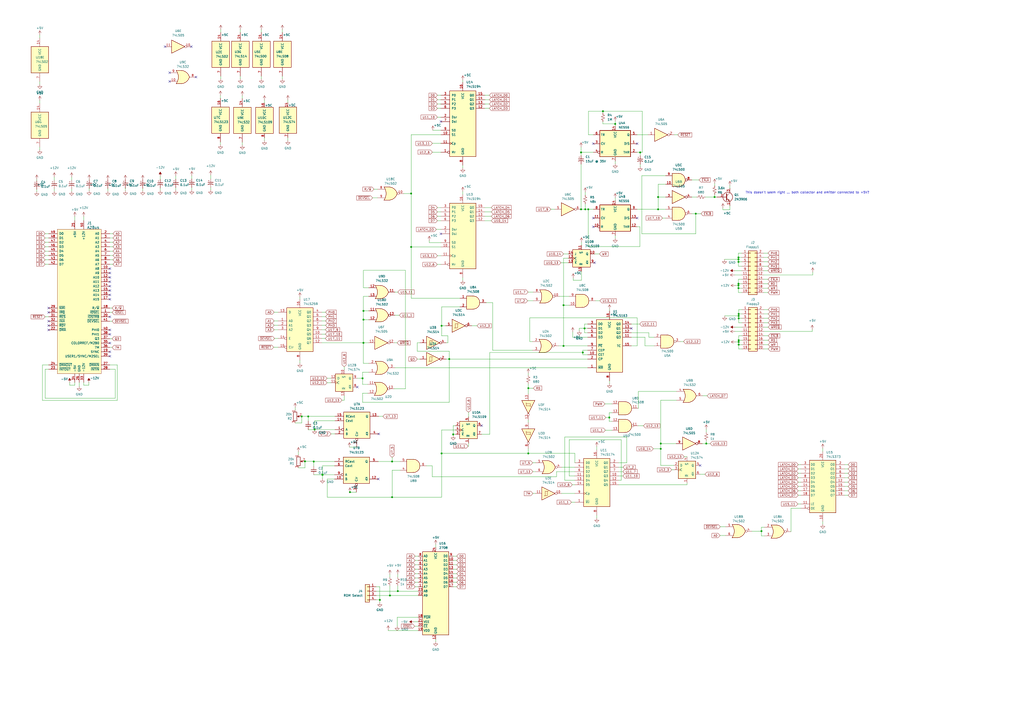
<source format=kicad_sch>
(kicad_sch (version 20230121) (generator eeschema)

  (uuid 56eaaa0c-e1fe-4237-9a20-09a5d3261c04)

  (paper "A2")

  

  (junction (at 202.9968 285.496) (diameter 0) (color 0 0 0 0)
    (uuid 14d45346-d329-43a1-b9b8-64a35b0c2786)
  )
  (junction (at 238.506 143.256) (diameter 0) (color 0 0 0 0)
    (uuid 15a0999a-cf8f-43ce-b2b4-de3dc34f1bf3)
  )
  (junction (at 428.371 167.132) (diameter 0) (color 0 0 0 0)
    (uuid 15f43f1c-accb-4895-805a-096f40d54a7a)
  )
  (junction (at 381.762 114.3) (diameter 0) (color 0 0 0 0)
    (uuid 18830b47-e37a-4b7c-bc40-524241ad9993)
  )
  (junction (at 337.058 88.392) (diameter 0) (color 0 0 0 0)
    (uuid 19ce41b7-d63b-4e3b-8e96-0749db83864a)
  )
  (junction (at 230.759 342.9) (diameter 0) (color 0 0 0 0)
    (uuid 227877cb-8d6b-42dd-9f7a-f23170c0b15d)
  )
  (junction (at 428.498 198.374) (diameter 0) (color 0 0 0 0)
    (uuid 227ba67b-bd2a-403b-9cca-ece13dfc9a29)
  )
  (junction (at 414.528 114.3) (diameter 0) (color 0 0 0 0)
    (uuid 23e17ec8-9479-4c85-9262-9a7a693e4f16)
  )
  (junction (at 428.498 184.658) (diameter 0) (color 0 0 0 0)
    (uuid 2668cc68-5cd8-4256-8d5f-46a4b9c3d00f)
  )
  (junction (at 176.911 267.589) (diameter 0) (color 0 0 0 0)
    (uuid 29ede8ec-7163-4f64-b12a-891361f6d83e)
  )
  (junction (at 341.249 121.412) (diameter 0) (color 0 0 0 0)
    (uuid 2ad1150c-6a6d-4f48-80de-136a5933bf00)
  )
  (junction (at 428.498 197.358) (diameter 0) (color 0 0 0 0)
    (uuid 3676ef53-63ee-4f61-b495-9fda43b885aa)
  )
  (junction (at 226.187 345.44) (diameter 0) (color 0 0 0 0)
    (uuid 4047e49c-241f-4070-8ebb-d2175194a5a3)
  )
  (junction (at 428.371 164.592) (diameter 0) (color 0 0 0 0)
    (uuid 40a6aa2a-e077-4ccc-98cc-345cab0b77dd)
  )
  (junction (at 428.371 151.892) (diameter 0) (color 0 0 0 0)
    (uuid 427efada-0d99-44ee-b65a-61a94a1ba131)
  )
  (junction (at 428.371 165.608) (diameter 0) (color 0 0 0 0)
    (uuid 44148518-9c6e-4761-89b6-5d970091b980)
  )
  (junction (at 428.498 199.898) (diameter 0) (color 0 0 0 0)
    (uuid 48719128-be50-41b3-839a-ab256d4cf8cc)
  )
  (junction (at 353.441 242.189) (diameter 0) (color 0 0 0 0)
    (uuid 4b485b5a-e9ce-452f-8ced-17114d6ffd91)
  )
  (junction (at 428.371 149.352) (diameter 0) (color 0 0 0 0)
    (uuid 5064e6d7-e5c5-4f08-9333-555f72eee4ee)
  )
  (junction (at 383.286 260.35) (diameter 0) (color 0 0 0 0)
    (uuid 5166d6b6-8200-474c-a32b-c555196f31e6)
  )
  (junction (at 356.87 71.882) (diameter 0) (color 0 0 0 0)
    (uuid 52c27fbd-9fc4-4e48-90e6-38e3a0d82b5d)
  )
  (junction (at 403.606 123.952) (diameter 0) (color 0 0 0 0)
    (uuid 5481632d-fd31-48d1-9241-3db81d2839df)
  )
  (junction (at 220.345 347.98) (diameter 0) (color 0 0 0 0)
    (uuid 581e9f3c-406a-4072-8e53-4bc36d564c9b)
  )
  (junction (at 337.058 121.412) (diameter 0) (color 0 0 0 0)
    (uuid 5e3f2ac2-5661-4d18-a032-1fe8786956de)
  )
  (junction (at 339.09 190.5) (diameter 0) (color 0 0 0 0)
    (uuid 62ec17b1-65c1-4c8e-8373-71d96a4abc8f)
  )
  (junction (at 349.758 64.516) (diameter 0) (color 0 0 0 0)
    (uuid 68ac5519-04af-4e05-a4cf-db1e10ee5e75)
  )
  (junction (at 428.371 150.495) (diameter 0) (color 0 0 0 0)
    (uuid 6a049e7b-9826-405a-8ee8-2a6dd344f06c)
  )
  (junction (at 238.506 112.268) (diameter 0) (color 0 0 0 0)
    (uuid 6b0baf6c-d9ee-4b1c-862d-1f9190ab7d08)
  )
  (junction (at 326.898 177.038) (diameter 0) (color 0 0 0 0)
    (uuid 753a0d43-27e8-4262-86a7-30f38473324b)
  )
  (junction (at 210.82 180.34) (diameter 0) (color 0 0 0 0)
    (uuid 7de99cfe-52d4-41f7-9584-062ffbf1c9cc)
  )
  (junction (at 175.006 241.554) (diameter 0) (color 0 0 0 0)
    (uuid 8333f7e2-3100-475c-84ac-bd4fd90e46a2)
  )
  (junction (at 326.898 200.66) (diameter 0) (color 0 0 0 0)
    (uuid 84913599-5a61-4410-9a54-840d91668fd6)
  )
  (junction (at 210.82 198.882) (diameter 0) (color 0 0 0 0)
    (uuid 88834330-b375-43fc-a02b-82bfa271e896)
  )
  (junction (at 210.312 219.456) (diameter 0) (color 0 0 0 0)
    (uuid 8a6f51da-dbd5-4499-9d4d-062cfa0c7452)
  )
  (junction (at 260.604 208.28) (diameter 0) (color 0 0 0 0)
    (uuid 8d7ab7ec-954c-48b3-993b-3741c25aacf9)
  )
  (junction (at 227.457 267.716) (diameter 0) (color 0 0 0 0)
    (uuid 9071d1b8-e059-44e8-bb4b-a1ab2606d5eb)
  )
  (junction (at 371.348 88.392) (diameter 0) (color 0 0 0 0)
    (uuid 9752ede1-4542-4b95-88cb-322c1087cd25)
  )
  (junction (at 428.498 182.118) (diameter 0) (color 0 0 0 0)
    (uuid 9b875f30-8f9b-4b5b-b27e-88f17676d28e)
  )
  (junction (at 187.071 275.336) (diameter 0) (color 0 0 0 0)
    (uuid 9f9bb35f-05c9-4917-bf0a-74edb9b5decb)
  )
  (junction (at 181.991 267.716) (diameter 0) (color 0 0 0 0)
    (uuid ad8a0025-e6c4-4a4a-96d1-a3bb46b52a4d)
  )
  (junction (at 262.89 251.968) (diameter 0) (color 0 0 0 0)
    (uuid ae179397-46b0-4a33-ac43-4aafafbfe5b9)
  )
  (junction (at 409.702 257.302) (diameter 0) (color 0 0 0 0)
    (uuid aeabf866-9802-401b-9c86-810e77881321)
  )
  (junction (at 182.499 249.174) (diameter 0) (color 0 0 0 0)
    (uuid b56295da-b4a2-4945-9c4d-f118b61e7a62)
  )
  (junction (at 339.4964 121.412) (diameter 0) (color 0 0 0 0)
    (uuid b57d76cc-8247-4c50-a669-2c80b52ee984)
  )
  (junction (at 256.159 188.976) (diameter 0) (color 0 0 0 0)
    (uuid b82eac65-9acb-40cd-8167-e98fce56657b)
  )
  (junction (at 306.451 263.017) (diameter 0) (color 0 0 0 0)
    (uuid b8d3e334-2673-4852-a120-aa9ca5fcc314)
  )
  (junction (at 256.159 263.017) (diameter 0) (color 0 0 0 0)
    (uuid b94c25dc-e9c4-4cd5-9ffa-edf018c67a7e)
  )
  (junction (at 210.82 185.42) (diameter 0) (color 0 0 0 0)
    (uuid c253b3af-7871-4a3d-b930-626480161a7e)
  )
  (junction (at 441.706 308.102) (diameter 0) (color 0 0 0 0)
    (uuid c4f9e4e2-930d-4690-8724-998bb53a0423)
  )
  (junction (at 306.4764 225.171) (diameter 0) (color 0 0 0 0)
    (uuid da0a476b-919d-4153-bebf-ec867f736d30)
  )
  (junction (at 383.286 257.302) (diameter 0) (color 0 0 0 0)
    (uuid e2ad4fa1-5a60-416d-ab62-4f1520d5c5c5)
  )
  (junction (at 338.074 204.47) (diameter 0) (color 0 0 0 0)
    (uuid ecb786b5-8992-4780-8778-1dbaa87fe391)
  )
  (junction (at 381.762 121.412) (diameter 0) (color 0 0 0 0)
    (uuid ed17696d-e853-4ee2-a849-c9f243f63711)
  )
  (junction (at 178.816 241.554) (diameter 0) (color 0 0 0 0)
    (uuid f08fc34c-75fd-4391-ab9e-36ec8f420cd0)
  )
  (junction (at 187.071 275.463) (diameter 0) (color 0 0 0 0)
    (uuid f2487e48-6677-414e-8fde-0accde918ba7)
  )
  (junction (at 227.457 288.417) (diameter 0) (color 0 0 0 0)
    (uuid fcaa6b18-2f5f-40a7-929f-3eaefad6a1d9)
  )
  (junction (at 428.498 183.261) (diameter 0) (color 0 0 0 0)
    (uuid fd8434a6-ac94-4e1e-834a-b713ca90d0b1)
  )

  (no_connect (at 28.194 181.229) (uuid 00079c83-a711-4f95-8171-4707c1ffe4f2))
  (no_connect (at 255.778 70.5104) (uuid 0023254e-99a6-4e38-9aea-036adb434f94))
  (no_connect (at 110.998 27.051) (uuid 09946f3d-95c5-4e83-bdee-666ac37263df))
  (no_connect (at 369.57 83.312) (uuid 0b4616bb-b68c-4768-b13c-bb3ab37b1241))
  (no_connect (at 63.754 204.089) (uuid 11d10470-6e67-4a4b-a7d4-b72ef4a9d1ca))
  (no_connect (at 207.264 224.536) (uuid 2152bf48-a03d-4428-a1b1-5d9930c6322c))
  (no_connect (at 344.932 152.4) (uuid 2357aadf-b5b6-4a47-84a0-ec9270bf8db0))
  (no_connect (at 63.754 163.449) (uuid 2dd1b146-5821-42d2-b7b7-652f3d37495f))
  (no_connect (at 63.754 193.929) (uuid 3885ffd3-fd3b-4dba-b4f6-fb833d8d535c))
  (no_connect (at 28.194 188.849) (uuid 3bb3b145-9e54-4d85-a684-3f371eba77c4))
  (no_connect (at 28.194 191.389) (uuid 40c3baa7-d5b0-4c7e-89ad-714f7d1d467f))
  (no_connect (at 219.71 251.714) (uuid 46481c9d-3219-495e-99d8-4db677316f31))
  (no_connect (at 344.17 131.572) (uuid 4e90335f-0b5c-44b6-954e-50c9221d83fb))
  (no_connect (at 98.425 47.244) (uuid 55a97291-90c8-48d1-b85b-42536268fe43))
  (no_connect (at 63.754 158.369) (uuid 5a352595-70d1-4dc3-83fe-9cc43b2ea3b8))
  (no_connect (at 28.194 178.689) (uuid 5c47f2df-94cd-4506-8fb8-5fba0f3f15d4))
  (no_connect (at 406.146 270.002) (uuid 67e50e74-ce51-41c4-8715-55e602ab574f))
  (no_connect (at 63.754 183.769) (uuid 730a19e5-44b6-4b85-b39d-3319b8b30c0e))
  (no_connect (at 63.754 171.069) (uuid 745f3071-b71a-4126-8cfe-b28100f2c83d))
  (no_connect (at 279.4 246.888) (uuid 7f69b8a6-fd8d-4ebf-9fac-fb9372e95fdf))
  (no_connect (at 63.754 199.009) (uuid 83fd2193-17e5-4a27-adca-61ac1df8125e))
  (no_connect (at 113.665 44.704) (uuid 878414e4-e89b-4b62-b96a-3a45817a5ccd))
  (no_connect (at 369.57 126.492) (uuid 8f8dedf8-ce30-4ef7-94e6-bf4dd6dfbe7d))
  (no_connect (at 63.754 206.629) (uuid 956a391a-da2c-4d12-905e-127887b4e204))
  (no_connect (at 28.194 186.309) (uuid af4080e4-3e4a-42fa-a388-9422b5495276))
  (no_connect (at 98.425 42.164) (uuid b084c7d8-103e-4844-afc5-634992033d4b))
  (no_connect (at 344.17 83.312) (uuid bb9f08b1-817c-4157-86a8-001ebeb5682d))
  (no_connect (at 63.754 155.829) (uuid bd9d7e14-21b3-4dcd-9f41-a79fe09ce87e))
  (no_connect (at 366.268 190.5) (uuid c0166046-6244-47a5-9534-d1f90d7e129b))
  (no_connect (at 63.754 160.909) (uuid c06ada5e-2a3b-4df5-9a4d-1d7db4b05dca))
  (no_connect (at 63.754 168.529) (uuid cfd67672-d5af-4a82-ac5e-032c54d5ca3f))
  (no_connect (at 95.758 27.051) (uuid d9ee195d-667c-46b5-8c90-2d715e6afbee))
  (no_connect (at 63.754 173.609) (uuid dad0e8de-846b-4927-a07b-a135ef708439))
  (no_connect (at 63.754 191.389) (uuid e84d737c-cffc-4102-ae0c-16e7870ea92c))
  (no_connect (at 344.17 126.492) (uuid e85963b0-aca1-4e88-8dcc-ea6a2b30aa16))
  (no_connect (at 255.778 135.636) (uuid f56a3247-35bc-4734-a52e-0c4d8a7dd57a))
  (no_connect (at 63.754 165.989) (uuid f83a257c-1ff9-4bb7-ae91-0221c4808d11))
  (no_connect (at 219.456 277.876) (uuid fbba59ff-199c-431d-9558-e8c866b5ce8c))

  (wire (pts (xy 218.186 342.9) (xy 230.759 342.9))
    (stroke (width 0) (type default))
    (uuid 0069cff1-7758-4892-937b-381c82fabe50)
  )
  (wire (pts (xy 281.178 120.396) (xy 284.988 120.396))
    (stroke (width 0) (type default))
    (uuid 007e0ebe-d85a-4638-af77-d1a23acf3dd8)
  )
  (wire (pts (xy 366.268 200.66) (xy 369.57 200.66))
    (stroke (width 0) (type default))
    (uuid 00886f5c-4976-4610-9ff6-c8245aa5e3db)
  )
  (wire (pts (xy 331.978 281.178) (xy 333.502 281.178))
    (stroke (width 0) (type default))
    (uuid 00f4b3b9-78f1-4610-b5e0-84f3d25adcc5)
  )
  (wire (pts (xy 428.371 151.892) (xy 428.371 154.432))
    (stroke (width 0) (type default))
    (uuid 00f7c9a1-a7ec-475d-ae41-a3a9244fac3f)
  )
  (wire (pts (xy 255.7272 83.2104) (xy 255.7272 83.185))
    (stroke (width 0) (type default))
    (uuid 0109a42f-4b31-4ebe-876a-96b722593589)
  )
  (wire (pts (xy 371.221 143.002) (xy 371.221 131.572))
    (stroke (width 0) (type default))
    (uuid 01e83326-4e98-4d5f-82ec-8f0b7bea881a)
  )
  (wire (pts (xy 383.286 232.156) (xy 383.286 257.302))
    (stroke (width 0) (type default))
    (uuid 02c6a018-f574-45b9-a68c-fa31b09aaed6)
  )
  (wire (pts (xy 227.457 265.303) (xy 227.457 267.716))
    (stroke (width 0) (type default))
    (uuid 02d0e262-8c0a-4218-9c00-7ec2ebecc668)
  )
  (wire (pts (xy 151.638 17.145) (xy 151.638 18.796))
    (stroke (width 0) (type default))
    (uuid 040dbea4-9977-4a31-9393-13ea60b16445)
  )
  (wire (pts (xy 262.89 330.2) (xy 264.922 330.2))
    (stroke (width 0) (type default))
    (uuid 04752ae3-bfc2-458d-bdc8-afea6c7649ee)
  )
  (wire (pts (xy 337.312 162.56) (xy 332.486 162.56))
    (stroke (width 0) (type default))
    (uuid 04a6efa1-aa9e-4645-bd05-c8e4cdf162a6)
  )
  (wire (pts (xy 346.202 298.958) (xy 346.202 300.482))
    (stroke (width 0) (type default))
    (uuid 05420eaf-24bd-4d1e-99bf-3be6ddd68c66)
  )
  (wire (pts (xy 396.875 264.922) (xy 398.526 264.922))
    (stroke (width 0) (type default))
    (uuid 05c4193c-faca-4502-a4be-7633bebf234d)
  )
  (wire (pts (xy 186.69 193.802) (xy 188.722 193.802))
    (stroke (width 0) (type default))
    (uuid 05fc5cc0-bb44-4350-a781-560e0e3b4c4c)
  )
  (wire (pts (xy 24.638 211.709) (xy 24.638 232.283))
    (stroke (width 0) (type default))
    (uuid 06181ce3-b06b-4529-8cce-dd2810672270)
  )
  (wire (pts (xy 242.57 335.28) (xy 240.792 335.28))
    (stroke (width 0) (type default))
    (uuid 064b29a8-f9a3-4267-b587-373d5046518a)
  )
  (wire (pts (xy 281.7368 62.865) (xy 283.845 62.865))
    (stroke (width 0) (type default))
    (uuid 0656086a-1f5b-495e-8615-b7c40f0badad)
  )
  (wire (pts (xy 210.82 171.958) (xy 213.868 171.958))
    (stroke (width 0) (type default))
    (uuid 06e3e2cc-6d42-4cb5-8cd6-be16b582b412)
  )
  (wire (pts (xy 258.445 188.976) (xy 256.159 188.976))
    (stroke (width 0) (type default))
    (uuid 070d6392-fdeb-4eee-9a52-e9ea2fd7fd17)
  )
  (wire (pts (xy 255.6256 55.245) (xy 253.746 55.245))
    (stroke (width 0) (type default))
    (uuid 0754172d-7b54-485f-b2c6-89de78d13fc8)
  )
  (wire (pts (xy 426.212 159.512) (xy 430.276 159.512))
    (stroke (width 0) (type default))
    (uuid 07851094-48db-4000-b57f-0f0e1e1f126f)
  )
  (wire (pts (xy 238.506 78.1304) (xy 255.778 78.1304))
    (stroke (width 0) (type default))
    (uuid 09060ad0-0646-41a1-ba05-5322ed0a435f)
  )
  (wire (pts (xy 353.568 179.324) (xy 353.568 180.34))
    (stroke (width 0) (type default))
    (uuid 09aa1bf2-8a17-4f34-8d88-8b81ad5c5abb)
  )
  (wire (pts (xy 442.976 164.592) (xy 445.516 164.592))
    (stroke (width 0) (type default))
    (uuid 09c87717-7ef4-45f4-b64d-0750365e4a24)
  )
  (wire (pts (xy 463.042 272.034) (xy 464.566 272.034))
    (stroke (width 0) (type default))
    (uuid 0a0b1b1c-92a4-478c-aa5b-ee031bba2f03)
  )
  (wire (pts (xy 226.187 345.44) (xy 242.57 345.44))
    (stroke (width 0) (type default))
    (uuid 0b2ece80-3483-4240-b6c8-87d84edcd6a8)
  )
  (wire (pts (xy 463.042 274.574) (xy 464.566 274.574))
    (stroke (width 0) (type default))
    (uuid 0b68a056-85b6-48d1-a2cc-038c8a65659f)
  )
  (wire (pts (xy 210.82 185.42) (xy 213.868 185.42))
    (stroke (width 0) (type default))
    (uuid 0c490525-8dc8-42cf-8f5d-14c1f973c5bc)
  )
  (wire (pts (xy 430.276 146.812) (xy 428.371 146.812))
    (stroke (width 0) (type default))
    (uuid 0d15b18c-8f36-417c-8627-6d7fc247b2d0)
  )
  (wire (pts (xy 309.118 273.558) (xy 310.642 273.558))
    (stroke (width 0) (type default))
    (uuid 0d5c8966-853d-4aee-89ff-753b20ea3fd6)
  )
  (wire (pts (xy 428.371 164.592) (xy 430.276 164.592))
    (stroke (width 0) (type default))
    (uuid 0d838062-46de-45e9-bfdd-65e77dd8aee8)
  )
  (wire (pts (xy 462.788 292.354) (xy 464.566 292.354))
    (stroke (width 0) (type default))
    (uuid 0e12576a-5d20-430c-b87b-bc4facb73712)
  )
  (wire (pts (xy 281.178 122.936) (xy 284.988 122.936))
    (stroke (width 0) (type default))
    (uuid 0f094e4b-acc5-4d61-81bb-2d09930a28bd)
  )
  (wire (pts (xy 414.528 106.426) (xy 414.528 107.823))
    (stroke (width 0) (type default))
    (uuid 10252dee-e0c1-46aa-b100-90f76de019ec)
  )
  (wire (pts (xy 66.802 231.013) (xy 66.802 214.249))
    (stroke (width 0) (type default))
    (uuid 103875b5-8d01-45bb-9766-b4bffd2a91ed)
  )
  (wire (pts (xy 407.67 229.616) (xy 410.21 229.616))
    (stroke (width 0) (type default))
    (uuid 1046df67-d8c4-4253-99a4-8c71d51cc5da)
  )
  (wire (pts (xy 381.762 106.934) (xy 381.762 114.3))
    (stroke (width 0) (type default))
    (uuid 10cbd44e-498b-4149-a7a3-ce2436234da6)
  )
  (wire (pts (xy 308.991 268.478) (xy 310.642 268.478))
    (stroke (width 0) (type default))
    (uuid 124b9756-7dbf-43a0-80e7-a46f9a2b36c9)
  )
  (wire (pts (xy 281.7368 62.8904) (xy 281.7368 62.865))
    (stroke (width 0) (type default))
    (uuid 125e7f04-30f0-4f88-af7b-caf18148782b)
  )
  (wire (pts (xy 381.762 114.3) (xy 386.08 114.3))
    (stroke (width 0) (type default))
    (uuid 1346430b-8675-4b45-ad92-91bb90b137f1)
  )
  (wire (pts (xy 358.902 268.478) (xy 363.601 268.478))
    (stroke (width 0) (type default))
    (uuid 1356113a-513f-4af7-ba9a-3e0eb779f180)
  )
  (wire (pts (xy 381.762 114.3) (xy 381.762 121.412))
    (stroke (width 0) (type default))
    (uuid 13a81eef-8d07-433f-b193-05e64faf501c)
  )
  (wire (pts (xy 159.258 196.342) (xy 161.29 196.342))
    (stroke (width 0) (type default))
    (uuid 13a98e74-3895-4860-ace8-42264bd188ca)
  )
  (wire (pts (xy 420.37 183.261) (xy 428.498 183.261))
    (stroke (width 0) (type default))
    (uuid 141295d1-b5fc-4f78-b6c6-4a5775b63835)
  )
  (wire (pts (xy 255.4732 62.8904) (xy 255.4732 62.865))
    (stroke (width 0) (type default))
    (uuid 14237b2d-35e0-4923-9a7b-d65817700424)
  )
  (wire (pts (xy 255.7272 83.185) (xy 250.825 83.185))
    (stroke (width 0) (type default))
    (uuid 1568cca2-d9ad-41d0-b548-de2df5e16612)
  )
  (wire (pts (xy 401.32 123.952) (xy 403.606 123.952))
    (stroke (width 0) (type default))
    (uuid 15776cd5-5e30-4bf6-9cc4-824c5705194c)
  )
  (wire (pts (xy 356.87 136.652) (xy 356.87 138.176))
    (stroke (width 0) (type default))
    (uuid 16728753-ca6c-4fe7-8178-d0982b6b4f17)
  )
  (wire (pts (xy 127.889 82.423) (xy 127.889 83.947))
    (stroke (width 0) (type default))
    (uuid 16755ab3-9878-498d-b781-70eb0a8321ce)
  )
  (wire (pts (xy 256.159 178.054) (xy 256.159 188.976))
    (stroke (width 0) (type default))
    (uuid 1675ca04-4c5f-4b67-bb62-04a02e0c8b69)
  )
  (wire (pts (xy 63.754 140.589) (xy 65.532 140.589))
    (stroke (width 0) (type default))
    (uuid 169e61eb-96e8-4c61-89f0-5030d1e7f392)
  )
  (wire (pts (xy 374.142 200.66) (xy 374.142 195.58))
    (stroke (width 0) (type default))
    (uuid 17d991fb-7651-4a3d-90b7-989e67fb6932)
  )
  (wire (pts (xy 41.529 102.743) (xy 41.529 104.521))
    (stroke (width 0) (type default))
    (uuid 1901c3db-6846-4baf-a944-eb37755bbafa)
  )
  (wire (pts (xy 428.371 146.812) (xy 428.371 149.352))
    (stroke (width 0) (type default))
    (uuid 19abd9cd-9670-4f1f-864f-883c3b0782ab)
  )
  (wire (pts (xy 325.882 271.018) (xy 333.502 271.018))
    (stroke (width 0) (type default))
    (uuid 1a8f27f6-8e7c-4479-9c29-473839a5673e)
  )
  (wire (pts (xy 366.268 195.58) (xy 374.142 195.58))
    (stroke (width 0) (type default))
    (uuid 1aa04cfe-8dfe-4531-80f7-9c39f6757763)
  )
  (wire (pts (xy 28.194 148.209) (xy 26.162 148.209))
    (stroke (width 0) (type default))
    (uuid 1af49ea9-2385-422c-915b-da380d233ae8)
  )
  (wire (pts (xy 350.901 234.315) (xy 354.965 234.315))
    (stroke (width 0) (type default))
    (uuid 1bdb14cd-6438-42dc-b5eb-9f1b82ac6ee8)
  )
  (wire (pts (xy 186.69 186.182) (xy 188.849 186.182))
    (stroke (width 0) (type default))
    (uuid 1df8e6c8-70be-4d44-9611-4958c61c9713)
  )
  (wire (pts (xy 242.57 340.36) (xy 240.792 340.36))
    (stroke (width 0) (type default))
    (uuid 1e42d8a7-e536-4d54-af0a-127f1462310f)
  )
  (wire (pts (xy 322.834 276.479) (xy 250.698 276.479))
    (stroke (width 0) (type default))
    (uuid 1eab2bbf-f74c-4e84-9a87-ab804723437e)
  )
  (wire (pts (xy 370.332 236.855) (xy 370.332 227.076))
    (stroke (width 0) (type default))
    (uuid 1ebfdc13-b7aa-4fe4-9c59-27706ce9af12)
  )
  (wire (pts (xy 210.312 233.426) (xy 260.604 233.426))
    (stroke (width 0) (type default))
    (uuid 1ef652e2-4f81-4121-ab63-8ffcc481806e)
  )
  (wire (pts (xy 419.354 120.65) (xy 419.354 121.666))
    (stroke (width 0) (type default))
    (uuid 1f1f6048-783d-4fa2-8b9d-4f428817071e)
  )
  (wire (pts (xy 250.698 276.479) (xy 250.698 270.256))
    (stroke (width 0) (type default))
    (uuid 1f8ab515-4239-4652-a342-db3d9daf75d8)
  )
  (wire (pts (xy 477.266 302.514) (xy 477.266 304.038))
    (stroke (width 0) (type default))
    (uuid 20d9c6c4-736f-4ad1-a5ed-f7de55b7f1d5)
  )
  (wire (pts (xy 356.87 70.358) (xy 356.87 71.882))
    (stroke (width 0) (type default))
    (uuid 213f6e22-e8c8-4492-a379-2322f30f3125)
  )
  (wire (pts (xy 253.746 148.336) (xy 255.778 148.336))
    (stroke (width 0) (type default))
    (uuid 22f92fd4-22c2-49c2-b68f-c98d01d59bb6)
  )
  (wire (pts (xy 40.386 221.869) (xy 40.386 223.393))
    (stroke (width 0) (type default))
    (uuid 234e4088-7b74-4b83-ac7a-d26a332b7728)
  )
  (wire (pts (xy 430.403 194.818) (xy 428.498 194.818))
    (stroke (width 0) (type default))
    (uuid 23a385f6-c567-4c32-b440-5de537d5d224)
  )
  (wire (pts (xy 428.371 164.592) (xy 428.371 165.608))
    (stroke (width 0) (type default))
    (uuid 24b5e0b4-6844-4584-9cc5-77dfd19e9a39)
  )
  (wire (pts (xy 338.074 203.2) (xy 340.868 203.2))
    (stroke (width 0) (type default))
    (uuid 252e28f1-2826-4f6b-b5a9-8bf0780e68d6)
  )
  (wire (pts (xy 331.47 291.338) (xy 333.502 291.338))
    (stroke (width 0) (type default))
    (uuid 260647dc-5c22-4300-8f41-c2a808039a1b)
  )
  (wire (pts (xy 159.004 191.262) (xy 161.29 191.262))
    (stroke (width 0) (type default))
    (uuid 26970cac-8593-4f8a-9df6-0c3172c51261)
  )
  (wire (pts (xy 255.524 60.325) (xy 253.746 60.325))
    (stroke (width 0) (type default))
    (uuid 26ddf6b2-550e-415c-8c7d-c6d7c0d5e523)
  )
  (wire (pts (xy 167.005 57.912) (xy 167.005 59.563))
    (stroke (width 0) (type default))
    (uuid 26e2c626-2054-4bf2-bc0f-17f2cb652a87)
  )
  (wire (pts (xy 351.155 249.555) (xy 354.965 249.555))
    (stroke (width 0) (type default))
    (uuid 27099863-8b7e-4f4e-9483-231766d037e6)
  )
  (wire (pts (xy 306.4764 222.6564) (xy 306.4764 225.171))
    (stroke (width 0) (type default))
    (uuid 274115e5-c023-40f9-80c0-c1b36d6a5bf4)
  )
  (wire (pts (xy 363.601 253.492) (xy 327.66 253.492))
    (stroke (width 0) (type default))
    (uuid 27b956ed-c09f-4b92-adbb-7df9d3bcc521)
  )
  (wire (pts (xy 403.606 135.636) (xy 403.606 123.952))
    (stroke (width 0) (type default))
    (uuid 288ea8f6-0c8b-412d-8973-b96c570a5809)
  )
  (wire (pts (xy 255.5748 57.785) (xy 253.746 57.785))
    (stroke (width 0) (type default))
    (uuid 28d12758-ff2d-4dc4-9737-1eb7e05cd3dd)
  )
  (wire (pts (xy 207.264 219.456) (xy 210.312 219.456))
    (stroke (width 0) (type default))
    (uuid 291d89ff-3591-491a-bea1-d06156d7740c)
  )
  (wire (pts (xy 189.865 288.417) (xy 227.457 288.417))
    (stroke (width 0) (type default))
    (uuid 2963870a-f512-4889-bfad-b84443ff7c35)
  )
  (wire (pts (xy 264.16 246.888) (xy 262.89 246.888))
    (stroke (width 0) (type default))
    (uuid 2acb5921-7af8-4f3f-ad29-3f90022b3486)
  )
  (wire (pts (xy 28.194 183.769) (xy 26.162 183.769))
    (stroke (width 0) (type default))
    (uuid 2b000f12-7837-4dbb-9b1f-5fedbdeacacc)
  )
  (wire (pts (xy 48.514 223.393) (xy 51.562 223.393))
    (stroke (width 0) (type default))
    (uuid 2b3e8503-775e-4be7-b759-0f65b7dd6fb9)
  )
  (wire (pts (xy 392.43 232.156) (xy 383.286 232.156))
    (stroke (width 0) (type default))
    (uuid 2b4d7482-fe32-4eb1-add5-c6f422a800e9)
  )
  (wire (pts (xy 249.0216 140.716) (xy 255.778 140.716))
    (stroke (width 0) (type default))
    (uuid 2b771cda-6ef1-4228-a7b9-606d6089e450)
  )
  (wire (pts (xy 242.57 325.12) (xy 240.792 325.12))
    (stroke (width 0) (type default))
    (uuid 2b922a83-3308-4215-9822-51cefc25e060)
  )
  (wire (pts (xy 341.376 78.232) (xy 341.376 64.516))
    (stroke (width 0) (type default))
    (uuid 2bbb70e5-c86d-4125-b3fd-383eda8a636a)
  )
  (wire (pts (xy 210.312 219.456) (xy 210.312 223.012))
    (stroke (width 0) (type default))
    (uuid 2bd0af92-7508-40d7-8137-150efcf06ce9)
  )
  (wire (pts (xy 341.249 121.412) (xy 341.249 143.002))
    (stroke (width 0) (type default))
    (uuid 2c505973-1eb3-4942-becd-c975203b9252)
  )
  (wire (pts (xy 173.99 209.042) (xy 173.99 210.566))
    (stroke (width 0) (type default))
    (uuid 2ced7b97-65c3-40c2-855f-899ba28847a9)
  )
  (wire (pts (xy 428.371 162.052) (xy 428.371 164.592))
    (stroke (width 0) (type default))
    (uuid 2d971387-7e10-4b07-81d6-84dc00b9d4eb)
  )
  (wire (pts (xy 242.062 208.28) (xy 243.586 208.28))
    (stroke (width 0) (type default))
    (uuid 2f68bce5-d72c-4897-b6ff-95016d192940)
  )
  (wire (pts (xy 28.194 145.669) (xy 26.162 145.669))
    (stroke (width 0) (type default))
    (uuid 319b669a-6a92-4893-9b98-c408df234816)
  )
  (wire (pts (xy 252.73 370.84) (xy 252.73 372.237))
    (stroke (width 0) (type default))
    (uuid 33099e0a-fa78-4987-9d6f-e97f8bb30e04)
  )
  (wire (pts (xy 281.178 62.8904) (xy 281.7368 62.8904))
    (stroke (width 0) (type default))
    (uuid 330eb766-294c-41b5-8dbc-b9623757c888)
  )
  (wire (pts (xy 443.103 187.198) (xy 445.643 187.198))
    (stroke (width 0) (type default))
    (uuid 3321ca68-360f-43c2-96b3-e6b31e08b312)
  )
  (wire (pts (xy 240.03 360.68) (xy 242.57 360.68))
    (stroke (width 0) (type default))
    (uuid 33241487-2061-415b-ba78-d10d4df7fe0b)
  )
  (wire (pts (xy 442.976 156.972) (xy 445.516 156.972))
    (stroke (width 0) (type default))
    (uuid 33859ce5-cded-4922-abe0-c4afb5f18990)
  )
  (wire (pts (xy 210.312 215.9) (xy 210.312 219.456))
    (stroke (width 0) (type default))
    (uuid 33ca31fa-84e2-422e-88f1-847a5a145573)
  )
  (wire (pts (xy 333.502 273.558) (xy 322.834 273.558))
    (stroke (width 0) (type default))
    (uuid 33dc364b-aeb1-4ccc-8734-ff295df92d27)
  )
  (wire (pts (xy 159.004 188.722) (xy 161.29 188.722))
    (stroke (width 0) (type default))
    (uuid 33fcac58-8184-4d20-a1c4-284cdd66749e)
  )
  (wire (pts (xy 428.371 149.352) (xy 430.276 149.352))
    (stroke (width 0) (type default))
    (uuid 3417a8d8-27e7-4017-8c55-1a7645d76a1d)
  )
  (wire (pts (xy 426.339 192.278) (xy 430.403 192.278))
    (stroke (width 0) (type default))
    (uuid 348e1eab-d2c1-4b17-9096-fe568a6ea495)
  )
  (wire (pts (xy 186.69 183.642) (xy 188.849 183.642))
    (stroke (width 0) (type default))
    (uuid 34d43017-421d-4833-8ffd-032b2cb1a4d5)
  )
  (wire (pts (xy 187.071 270.256) (xy 187.071 275.336))
    (stroke (width 0) (type default))
    (uuid 3579f635-6354-42f8-a75c-3f1c4ddbabe0)
  )
  (wire (pts (xy 441.706 310.896) (xy 443.484 310.896))
    (stroke (width 0) (type default))
    (uuid 36dabc5e-7da5-44d2-9a3b-0b41b99f0479)
  )
  (wire (pts (xy 489.966 284.734) (xy 491.998 284.734))
    (stroke (width 0) (type default))
    (uuid 37a63329-bc53-4bc9-a3a4-1ec82f83cda1)
  )
  (wire (pts (xy 489.966 272.034) (xy 491.998 272.034))
    (stroke (width 0) (type default))
    (uuid 37f4e18f-a43e-4eb6-81b1-ce9b6990c4bc)
  )
  (wire (pts (xy 338.074 203.2) (xy 338.074 204.47))
    (stroke (width 0) (type default))
    (uuid 385e03d2-22fa-42cc-89af-2e4146b4d8b5)
  )
  (wire (pts (xy 40.386 223.393) (xy 43.434 223.393))
    (stroke (width 0) (type default))
    (uuid 38891a5f-796b-4863-8641-e71ba85257a8)
  )
  (wire (pts (xy 82.804 109.3216) (xy 82.804 110.617))
    (stroke (width 0) (type default))
    (uuid 38b47637-5050-47ac-af4f-98392006f2e2)
  )
  (wire (pts (xy 63.754 150.749) (xy 65.532 150.749))
    (stroke (width 0) (type default))
    (uuid 39057a9e-8840-42e9-83e6-4aff46397e01)
  )
  (wire (pts (xy 255.778 55.2704) (xy 255.6256 55.2704))
    (stroke (width 0) (type default))
    (uuid 3967a7f7-9cae-4a03-ab22-fbf79e569eef)
  )
  (wire (pts (xy 45.974 221.869) (xy 45.974 224.155))
    (stroke (width 0) (type default))
    (uuid 39c95b3c-9153-493a-bf90-c97480710e15)
  )
  (wire (pts (xy 326.898 147.32) (xy 329.692 147.32))
    (stroke (width 0) (type default))
    (uuid 39cb24c1-da17-45ac-a22a-b2797c1ec8d6)
  )
  (wire (pts (xy 255.7272 83.2104) (xy 255.778 83.2104))
    (stroke (width 0) (type default))
    (uuid 39e6851e-e98b-4b38-ac47-417d5a1b0d16)
  )
  (wire (pts (xy 337.058 88.392) (xy 344.17 88.392))
    (stroke (width 0) (type default))
    (uuid 3a99f074-2ff1-4825-9e77-0d3431a418a1)
  )
  (wire (pts (xy 436.118 308.102) (xy 441.706 308.102))
    (stroke (width 0) (type default))
    (uuid 3a9f8d25-150e-4f10-bfd9-b6eb1252dc52)
  )
  (wire (pts (xy 386.08 106.934) (xy 381.762 106.934))
    (stroke (width 0) (type default))
    (uuid 3b0854d9-c882-4656-b38a-d91434bdd4de)
  )
  (wire (pts (xy 63.754 145.669) (xy 65.532 145.669))
    (stroke (width 0) (type default))
    (uuid 3b1f80e4-9899-4eba-b63e-89ca6dbb1c37)
  )
  (wire (pts (xy 51.689 109.3978) (xy 51.689 110.617))
    (stroke (width 0) (type default))
    (uuid 3b5fe685-44aa-435c-856c-b0131936263f)
  )
  (wire (pts (xy 63.754 201.549) (xy 65.024 201.549))
    (stroke (width 0) (type default))
    (uuid 3b8dae4d-f4bc-4417-a381-a0888263da7b)
  )
  (wire (pts (xy 443.103 197.358) (xy 445.643 197.358))
    (stroke (width 0) (type default))
    (uuid 3c53083b-e778-489a-8a5a-3aef58728150)
  )
  (wire (pts (xy 227.457 267.716) (xy 232.156 267.716))
    (stroke (width 0) (type default))
    (uuid 3c86db09-9042-40cd-9248-fb55d22264d7)
  )
  (wire (pts (xy 186.69 196.342) (xy 188.722 196.342))
    (stroke (width 0) (type default))
    (uuid 3d31a697-51de-4e0a-a36c-b8e16bc1a8d7)
  )
  (wire (pts (xy 173.99 172.339) (xy 173.99 173.482))
    (stroke (width 0) (type default))
    (uuid 3d43c4df-5732-4c74-b1d1-0e5d80941e7a)
  )
  (wire (pts (xy 341.249 143.002) (xy 371.221 143.002))
    (stroke (width 0) (type default))
    (uuid 3dda110d-7a2a-4c29-aebd-62a4e68366d0)
  )
  (wire (pts (xy 281.178 125.476) (xy 284.988 125.476))
    (stroke (width 0) (type default))
    (uuid 3f5f71cf-4671-493f-adfd-29d112b44546)
  )
  (wire (pts (xy 210.82 198.882) (xy 210.82 210.82))
    (stroke (width 0) (type default))
    (uuid 3f7ef349-68e5-4118-85ef-fc9e633233b3)
  )
  (wire (pts (xy 230.378 358.14) (xy 230.378 363.22))
    (stroke (width 0) (type default))
    (uuid 412dedc4-d415-4434-a16e-e7b90e8c2923)
  )
  (wire (pts (xy 372.618 88.392) (xy 371.348 88.392))
    (stroke (width 0) (type default))
    (uuid 41a9a39b-2cbb-44f0-80fa-514630e8dc44)
  )
  (wire (pts (xy 255.778 128.016) (xy 253.746 128.016))
    (stroke (width 0) (type default))
    (uuid 42272146-16b6-4961-b697-8d8f07fcfca2)
  )
  (wire (pts (xy 242.57 330.2) (xy 240.792 330.2))
    (stroke (width 0) (type default))
    (uuid 423ac83c-2820-4103-b475-46dbb6c3c019)
  )
  (wire (pts (xy 255.6764 88.265) (xy 250.825 88.265))
    (stroke (width 0) (type default))
    (uuid 4260c575-11f9-4ef1-ad5f-cbee43830f9b)
  )
  (wire (pts (xy 333.502 268.478) (xy 333.502 263.017))
    (stroke (width 0) (type default))
    (uuid 435ff79e-8317-49ce-b9dc-0d3fef650d6b)
  )
  (wire (pts (xy 489.966 274.574) (xy 491.998 274.574))
    (stroke (width 0) (type default))
    (uuid 4386ef56-a88d-4d19-8f54-59ec26d88a07)
  )
  (wire (pts (xy 189.865 277.876) (xy 194.056 277.876))
    (stroke (width 0) (type default))
    (uuid 43dd29de-012c-40eb-8ab4-4ab281a70592)
  )
  (wire (pts (xy 371.348 88.392) (xy 369.57 88.392))
    (stroke (width 0) (type default))
    (uuid 43e0c69e-e814-42af-9208-74b8ab122e8f)
  )
  (wire (pts (xy 242.57 332.74) (xy 240.792 332.74))
    (stroke (width 0) (type default))
    (uuid 4566a2a0-6592-4246-b2d5-7715d2ce6563)
  )
  (wire (pts (xy 273.685 188.976) (xy 276.733 188.976))
    (stroke (width 0) (type default))
    (uuid 45fefb57-e01b-4797-b7a4-e56e0b2a70bb)
  )
  (wire (pts (xy 325.374 152.4) (xy 329.692 152.4))
    (stroke (width 0) (type default))
    (uuid 46585694-5277-4008-a238-cc258e7d698c)
  )
  (wire (pts (xy 226.187 333.248) (xy 226.187 334.772))
    (stroke (width 0) (type default))
    (uuid 46ab67f8-f711-4e63-a219-1709c00c7dcd)
  )
  (wire (pts (xy 199.644 212.725) (xy 199.644 214.376))
    (stroke (width 0) (type default))
    (uuid 47af053b-8469-44f4-abb6-102a45e81767)
  )
  (wire (pts (xy 259.842 194.818) (xy 259.842 198.882))
    (stroke (width 0) (type default))
    (uuid 47dc275a-8a87-44ca-a785-435496e2d418)
  )
  (wire (pts (xy 171.196 236.4232) (xy 171.196 237.744))
    (stroke (width 0) (type default))
    (uuid 47e81150-f847-4373-94c8-74272ed0d6b8)
  )
  (wire (pts (xy 281.178 60.3504) (xy 281.686 60.3504))
    (stroke (width 0) (type default))
    (uuid 48d9f184-31bd-403f-812a-b8925b43f59d)
  )
  (wire (pts (xy 356.87 71.882) (xy 356.87 73.152))
    (stroke (width 0) (type default))
    (uuid 48f198fa-4e7c-4caa-a879-e9922c229418)
  )
  (wire (pts (xy 63.754 181.229) (xy 65.024 181.229))
    (stroke (width 0) (type default))
    (uuid 4907fd95-2adc-4178-91f0-5e7ab6a8d462)
  )
  (wire (pts (xy 262.89 332.74) (xy 264.922 332.74))
    (stroke (width 0) (type default))
    (uuid 4981531b-a445-425a-985c-35b8db68489f)
  )
  (wire (pts (xy 341.249 121.412) (xy 344.17 121.412))
    (stroke (width 0) (type default))
    (uuid 49a241a9-90c2-4b7a-bedd-d204d312788e)
  )
  (wire (pts (xy 192.024 251.714) (xy 194.31 251.714))
    (stroke (width 0) (type default))
    (uuid 49f73d90-a4b4-4984-9ada-872de592c31d)
  )
  (wire (pts (xy 339.09 193.04) (xy 340.868 193.04))
    (stroke (width 0) (type default))
    (uuid 49fdc7cd-5779-4afe-82e8-1924159c0fb2)
  )
  (wire (pts (xy 346.202 259.08) (xy 346.202 260.858))
    (stroke (width 0) (type default))
    (uuid 4a0e8f76-ca6e-4721-992e-d4d4f847c5fd)
  )
  (wire (pts (xy 353.441 239.395) (xy 353.441 242.189))
    (stroke (width 0) (type default))
    (uuid 4a56a3f9-bb52-4873-b50a-a897b84f4f9f)
  )
  (wire (pts (xy 430.276 162.052) (xy 428.371 162.052))
    (stroke (width 0) (type default))
    (uuid 4af229f5-987e-4c55-9490-6faecb3c88dd)
  )
  (wire (pts (xy 333.502 276.098) (xy 330.2 276.098))
    (stroke (width 0) (type default))
    (uuid 4b3e831f-a122-4475-bcb9-8db61283b7fb)
  )
  (wire (pts (xy 101.981 108.966) (xy 101.981 110.236))
    (stroke (width 0) (type default))
    (uuid 4b422eec-f9ee-4120-8d22-d5d00ab5f408)
  )
  (wire (pts (xy 176.9364 267.6144) (xy 176.8856 267.6144))
    (stroke (width 0) (type default))
    (uuid 4c8f8603-2af7-4091-911b-bc7110ad9154)
  )
  (wire (pts (xy 255.6764 88.2904) (xy 255.6764 88.265))
    (stroke (width 0) (type default))
    (uuid 4ca7ba50-1b86-4d8e-ae73-33f61bbbc22b)
  )
  (wire (pts (xy 63.754 178.689) (xy 65.024 178.689))
    (stroke (width 0) (type default))
    (uuid 4dc6859c-4634-4b4e-8fad-c1355a95536a)
  )
  (wire (pts (xy 139.446 17.145) (xy 139.446 18.796))
    (stroke (width 0) (type default))
    (uuid 4dce062f-fe9c-45ba-bf07-19e677fc1793)
  )
  (wire (pts (xy 345.44 174.498) (xy 347.98 174.498))
    (stroke (width 0) (type default))
    (uuid 4dde7aee-c1c9-4f18-8bfc-1b6958c65307)
  )
  (wire (pts (xy 443.103 192.278) (xy 471.17 192.278))
    (stroke (width 0) (type default))
    (uuid 4dffd22e-b19b-47f3-854b-ff138b1e6189)
  )
  (wire (pts (xy 458.724 308.356) (xy 458.851 308.356))
    (stroke (width 0) (type default))
    (uuid 4fc3c75b-2b15-47d6-9f44-3c0048d976f1)
  )
  (wire (pts (xy 463.042 284.734) (xy 464.566 284.734))
    (stroke (width 0) (type default))
    (uuid 4fc5ae12-b524-423e-a64b-06c7f1a248a6)
  )
  (wire (pts (xy 326.898 177.038) (xy 326.898 200.66))
    (stroke (width 0) (type default))
    (uuid 4feb190f-4232-4094-b619-de3344a00bac)
  )
  (wire (pts (xy 309.118 286.258) (xy 310.515 286.258))
    (stroke (width 0) (type default))
    (uuid 503cfeda-3806-406b-97d7-dfb204b10ed8)
  )
  (wire (pts (xy 281.5844 55.2704) (xy 281.5844 55.245))
    (stroke (width 0) (type default))
    (uuid 5151ee5e-a27f-4647-8844-e7d15f1ade8d)
  )
  (wire (pts (xy 428.498 184.658) (xy 430.403 184.658))
    (stroke (width 0) (type default))
    (uuid 51d485f7-bfd6-4fd6-8acc-f0dfff888b18)
  )
  (wire (pts (xy 337.058 88.392) (xy 337.058 90.17))
    (stroke (width 0) (type default))
    (uuid 520d1456-7d85-43dd-9f04-43f2ba7c11ee)
  )
  (wire (pts (xy 63.754 153.289) (xy 65.532 153.289))
    (stroke (width 0) (type default))
    (uuid 5416c4df-ea7a-4661-b447-aa109c05d071)
  )
  (wire (pts (xy 426.72 198.374) (xy 428.498 198.374))
    (stroke (width 0) (type default))
    (uuid 5491647b-0b85-416f-93e0-6c1f9368cd13)
  )
  (wire (pts (xy 176.8856 267.589) (xy 176.911 267.589))
    (stroke (width 0) (type default))
    (uuid 5491fb1e-350e-4e2f-9d5c-f47ad0356699)
  )
  (wire (pts (xy 376.428 193.04) (xy 376.428 195.58))
    (stroke (width 0) (type default))
    (uuid 54c2c245-30f6-46ff-9a0f-25089db52f52)
  )
  (wire (pts (xy 175.006 241.554) (xy 178.816 241.554))
    (stroke (width 0) (type default))
    (uuid 55118ca5-8baa-4b75-96a8-00122cf2edf0)
  )
  (wire (pts (xy 182.499 249.301) (xy 182.499 249.174))
    (stroke (width 0) (type default))
    (uuid 556b4a53-b62f-4252-96c9-9ca89fdc3d20)
  )
  (wire (pts (xy 262.89 337.82) (xy 264.922 337.82))
    (stroke (width 0) (type default))
    (uuid 5648e0ad-7908-45e0-aea0-ff9d8423af02)
  )
  (wire (pts (xy 181.991 267.589) (xy 181.991 267.716))
    (stroke (width 0) (type default))
    (uuid 5658af5f-d1cd-4663-a1fe-ed5c88f13f38)
  )
  (wire (pts (xy 101.981 102.108) (xy 101.981 103.886))
    (stroke (width 0) (type default))
    (uuid 56948bf0-737c-45db-941e-683353cd28b0)
  )
  (wire (pts (xy 255.778 120.396) (xy 253.746 120.396))
    (stroke (width 0) (type default))
    (uuid 56f30c88-ac25-4f56-aaeb-5771d64dd65b)
  )
  (wire (pts (xy 409.702 248.92) (xy 409.702 250.698))
    (stroke (width 0) (type default))
    (uuid 5766c08c-fa98-4ffa-bbe8-9414ae131a19)
  )
  (wire (pts (xy 210.82 198.882) (xy 213.614 198.882))
    (stroke (width 0) (type default))
    (uuid 57ac7607-ea2f-40e2-b641-ca4514d3457f)
  )
  (wire (pts (xy 268.478 161.036) (xy 268.478 162.56))
    (stroke (width 0) (type default))
    (uuid 58caff2d-1d3d-491d-b34e-72cc4f061328)
  )
  (wire (pts (xy 371.348 95.377) (xy 371.348 96.647))
    (stroke (width 0) (type default))
    (uuid 59bfd61c-8225-4dd8-ad12-5afe7437b3ff)
  )
  (wire (pts (xy 199.644 232.156) (xy 199.644 229.616))
    (stroke (width 0) (type default))
    (uuid 5a227e02-fa3c-40d9-a14d-aaff9005e21f)
  )
  (wire (pts (xy 163.83 44.196) (xy 163.83 45.72))
    (stroke (width 0) (type default))
    (uuid 5a57304e-934c-4656-9795-a2a8b4a6cf7d)
  )
  (wire (pts (xy 339.09 190.5) (xy 339.09 193.04))
    (stroke (width 0) (type default))
    (uuid 5a8d9d77-6aca-49ad-b8b1-3977554b3938)
  )
  (wire (pts (xy 371.348 88.392) (xy 371.348 90.297))
    (stroke (width 0) (type default))
    (uuid 5a93a4ea-562e-44c5-b905-3cca52468a57)
  )
  (wire (pts (xy 338.074 205.74) (xy 340.868 205.74))
    (stroke (width 0) (type default))
    (uuid 5a9c97a0-d3d2-47d7-898f-6943d1784de3)
  )
  (wire (pts (xy 353.441 244.475) (xy 354.965 244.475))
    (stroke (width 0) (type default))
    (uuid 5ba471de-1093-4326-92c0-2723a5375b7c)
  )
  (wire (pts (xy 242.57 342.9) (xy 230.759 342.9))
    (stroke (width 0) (type default))
    (uuid 5bb4bce1-7781-49b0-a2e5-2ff3fda530cc)
  )
  (wire (pts (xy 176.911 267.589) (xy 181.991 267.589))
    (stroke (width 0) (type default))
    (uuid 5bc08166-176c-4bc0-a744-129bef0b5a09)
  )
  (wire (pts (xy 383.286 257.302) (xy 383.286 260.35))
    (stroke (width 0) (type default))
    (uuid 5c8e8eff-84b8-4a9a-a8c2-8d92bfe67542)
  )
  (wire (pts (xy 24.638 232.283) (xy 68.072 232.283))
    (stroke (width 0) (type default))
    (uuid 5d20f513-96f3-45e6-8e6f-df8ab9df89d5)
  )
  (wire (pts (xy 428.371 154.432) (xy 430.276 154.432))
    (stroke (width 0) (type default))
    (uuid 5d27cbd1-0833-4211-8852-53f61dfeee2f)
  )
  (wire (pts (xy 423.418 121.666) (xy 423.418 119.38))
    (stroke (width 0) (type default))
    (uuid 5e0fc28b-2322-45f8-ac8b-3f81af2ed0b1)
  )
  (wire (pts (xy 72.7456 109.2708) (xy 72.7456 109.1184))
    (stroke (width 0) (type default))
    (uuid 5f0f161d-83dc-42ac-b427-ad2e77af7ede)
  )
  (wire (pts (xy 178.816 249.301) (xy 182.499 249.301))
    (stroke (width 0) (type default))
    (uuid 5fb15627-80e5-473b-beed-b3c3677fed7c)
  )
  (wire (pts (xy 238.506 143.256) (xy 238.506 112.268))
    (stroke (width 0) (type default))
    (uuid 600ed670-4c7a-488f-8f80-a99ee03c984d)
  )
  (wire (pts (xy 284.099 251.968) (xy 279.4 251.968))
    (stroke (width 0) (type default))
    (uuid 6027640f-37e0-42d7-bf20-38ff168b7741)
  )
  (wire (pts (xy 255.778 60.3504) (xy 255.524 60.3504))
    (stroke (width 0) (type default))
    (uuid 605720ed-af1b-4dfc-a387-9deda0016788)
  )
  (wire (pts (xy 43.434 125.603) (xy 43.434 127.889))
    (stroke (width 0) (type default))
    (uuid 605c18e9-0ab9-4d66-88fd-46675570926a)
  )
  (wire (pts (xy 252.73 315.849) (xy 252.73 317.5))
    (stroke (width 0) (type default))
    (uuid 60871891-2df0-49f7-be1f-edc791cc21ca)
  )
  (wire (pts (xy 262.89 322.58) (xy 264.922 322.58))
    (stroke (width 0) (type default))
    (uuid 624fcb26-8478-4879-b948-381a3add81e3)
  )
  (wire (pts (xy 210.82 166.878) (xy 210.82 156.845))
    (stroke (width 0) (type default))
    (uuid 62b0ff0f-92e0-4337-9f17-150c6e68d131)
  )
  (wire (pts (xy 358.902 271.018) (xy 361.442 271.018))
    (stroke (width 0) (type default))
    (uuid 62dda6bf-06ac-4807-aa1f-d13c2009baa1)
  )
  (wire (pts (xy 327.66 253.492) (xy 327.66 278.638))
    (stroke (width 0) (type default))
    (uuid 63057f4f-4e69-4e43-9e92-bd81ee732720)
  )
  (wire (pts (xy 187.071 275.336) (xy 194.056 275.336))
    (stroke (width 0) (type default))
    (uuid 6321416b-30b3-4b93-80cc-2411b8f9b33f)
  )
  (wire (pts (xy 255.4224 67.9704) (xy 255.4224 67.945))
    (stroke (width 0) (type default))
    (uuid 6323875b-d635-4373-85e7-d8dcb2a61c35)
  )
  (wire (pts (xy 349.758 71.882) (xy 356.87 71.882))
    (stroke (width 0) (type default))
    (uuid 633ec72a-454b-4d3b-af89-ad2036b4d8a4)
  )
  (wire (pts (xy 225.171 365.76) (xy 242.57 365.76))
    (stroke (width 0) (type default))
    (uuid 6360c830-5635-4dbf-a378-66ed817d1fdd)
  )
  (wire (pts (xy 210.82 180.34) (xy 213.868 180.34))
    (stroke (width 0) (type default))
    (uuid 63959264-16ee-4962-ad4c-eafca22a7c90)
  )
  (wire (pts (xy 394.716 198.12) (xy 396.494 198.12))
    (stroke (width 0) (type default))
    (uuid 64a58eeb-d4ee-410c-8ff3-2a88fbb9cb05)
  )
  (wire (pts (xy 262.89 246.888) (xy 262.89 251.968))
    (stroke (width 0) (type default))
    (uuid 64af0dbc-1b39-4f10-a8f3-e307cff166e4)
  )
  (wire (pts (xy 255.778 122.936) (xy 253.746 122.936))
    (stroke (width 0) (type default))
    (uuid 6546e8b9-070e-4734-af73-74371519eb4f)
  )
  (wire (pts (xy 349.758 64.516) (xy 349.758 65.532))
    (stroke (width 0) (type default))
    (uuid 65726ef2-7724-4050-a8f1-a0d6b0b1f389)
  )
  (wire (pts (xy 268.478 111.0996) (xy 268.478 112.776))
    (stroke (width 0) (type default))
    (uuid 6606898b-f154-4605-9ad4-74e8d26a44d2)
  )
  (wire (pts (xy 26.162 231.013) (xy 66.802 231.013))
    (stroke (width 0) (type default))
    (uuid 662978bf-e6e8-4b6b-b7a4-8884a09091f4)
  )
  (wire (pts (xy 306.07 174.498) (xy 309.245 174.498))
    (stroke (width 0) (type default))
    (uuid 66946c96-058e-4f2f-a437-cc7b6e228f96)
  )
  (wire (pts (xy 281.178 55.2704) (xy 281.5844 55.2704))
    (stroke (width 0) (type default))
    (uuid 66f062fa-e1d0-43e7-9013-bc3b428019b1)
  )
  (wire (pts (xy 271.78 257.048) (xy 271.78 258.826))
    (stroke (width 0) (type default))
    (uuid 670e178b-6366-4afa-bd53-5aaa898f7e46)
  )
  (wire (pts (xy 266.827 172.974) (xy 238.506 172.974))
    (stroke (width 0) (type default))
    (uuid 67606cd6-3067-4e61-b30c-f4116809dcd8)
  )
  (wire (pts (xy 229.108 182.88) (xy 231.648 182.88))
    (stroke (width 0) (type default))
    (uuid 6777b30f-0ff3-4c9e-b6a6-05446795408c)
  )
  (wire (pts (xy 262.89 251.968) (xy 264.16 251.968))
    (stroke (width 0) (type default))
    (uuid 67859678-f733-4bce-81e0-d25b8ccd0268)
  )
  (wire (pts (xy 176.911 267.589) (xy 176.911 271.4244))
    (stroke (width 0) (type default))
    (uuid 67d3dc2d-538f-4abc-af89-a56dd839af5f)
  )
  (wire (pts (xy 28.194 214.249) (xy 26.162 214.249))
    (stroke (width 0) (type default))
    (uuid 67dfcd6c-ca86-4af6-8273-7059cbf9ea27)
  )
  (wire (pts (xy 386.08 101.854) (xy 372.364 101.854))
    (stroke (width 0) (type default))
    (uuid 686bc8d2-4be6-4bfe-910d-2dd253b6e95d)
  )
  (wire (pts (xy 370.205 247.015) (xy 373.253 247.015))
    (stroke (width 0) (type default))
    (uuid 688a0654-a81b-46e2-ae58-020e9b2a8ea7)
  )
  (wire (pts (xy 226.187 339.852) (xy 226.187 345.44))
    (stroke (width 0) (type default))
    (uuid 68ad8034-034a-4c62-96d1-0f1908f984b9)
  )
  (wire (pts (xy 202.9968 285.496) (xy 206.756 285.496))
    (stroke (width 0) (type default))
    (uuid 68e743c6-e514-4989-bf2d-f84abf2c38f8)
  )
  (wire (pts (xy 62.5856 109.3724) (xy 62.5856 109.6772))
    (stroke (width 0) (type default))
    (uuid 694680b7-3ea4-4dcd-a040-307d5e24989e)
  )
  (wire (pts (xy 210.312 228.092) (xy 210.312 233.426))
    (stroke (width 0) (type default))
    (uuid 69474905-c81a-40a7-9bfb-5f664f896b02)
  )
  (wire (pts (xy 255.6256 55.2704) (xy 255.6256 55.245))
    (stroke (width 0) (type default))
    (uuid 69a5b1af-f60d-4415-a829-f6fb266dc53b)
  )
  (wire (pts (xy 426.339 189.738) (xy 430.403 189.738))
    (stroke (width 0) (type default))
    (uuid 69ab0450-3de0-4751-b2bc-1877d366a6ab)
  )
  (wire (pts (xy 428.498 199.898) (xy 430.403 199.898))
    (stroke (width 0) (type default))
    (uuid 69fc3051-11f5-48d8-826a-0deb3deb4996)
  )
  (wire (pts (xy 216.916 109.728) (xy 218.948 109.728))
    (stroke (width 0) (type default))
    (uuid 6a55a68e-de0e-4d08-823f-f1cf6d4cf9f3)
  )
  (wire (pts (xy 28.194 143.129) (xy 26.162 143.129))
    (stroke (width 0) (type default))
    (uuid 6a648917-f4bd-4f57-8627-7697b7359582)
  )
  (wire (pts (xy 442.976 167.132) (xy 445.516 167.132))
    (stroke (width 0) (type default))
    (uuid 6b23b496-1277-4f99-8912-63d968d6ffcd)
  )
  (wire (pts (xy 258.826 208.28) (xy 260.604 208.28))
    (stroke (width 0) (type default))
    (uuid 6b358b45-4a66-4e6b-b83e-076bb50c279c)
  )
  (wire (pts (xy 443.103 179.578) (xy 445.643 179.578))
    (stroke (width 0) (type default))
    (uuid 6b3fa861-947e-47d3-baef-e368820581a3)
  )
  (wire (pts (xy 330.2 276.098) (xy 330.2 255.016))
    (stroke (width 0) (type default))
    (uuid 6bf2bb9b-180f-4c87-b935-3195b55aea31)
  )
  (wire (pts (xy 477.266 260.096) (xy 477.266 261.874))
    (stroke (width 0) (type default))
    (uuid 6bf87f97-b123-44dc-8d89-ecabd2502798)
  )
  (wire (pts (xy 428.498 197.358) (xy 430.403 197.358))
    (stroke (width 0) (type default))
    (uuid 6c1d978c-f7f1-41c1-8bc0-ba7d7722ab8a)
  )
  (wire (pts (xy 122.174 108.839) (xy 122.174 110.109))
    (stroke (width 0) (type default))
    (uuid 6c6a40bc-30fa-454f-b933-048558189bd0)
  )
  (wire (pts (xy 442.976 146.812) (xy 445.516 146.812))
    (stroke (width 0) (type default))
    (uuid 6d0707a4-5c50-47ae-95f0-9db4f90ee43a)
  )
  (wire (pts (xy 428.498 202.438) (xy 430.403 202.438))
    (stroke (width 0) (type default))
    (uuid 6e0d001e-6f91-4924-9acb-0454c7ce1804)
  )
  (wire (pts (xy 353.441 242.189) (xy 353.441 244.475))
    (stroke (width 0) (type default))
    (uuid 6ead9ae9-10a4-4f9f-812b-0755b6119895)
  )
  (wire (pts (xy 369.57 184.404) (xy 369.57 200.66))
    (stroke (width 0) (type default))
    (uuid 6ed3fd68-2a1d-48ee-8ac0-3d44df6ae680)
  )
  (wire (pts (xy 281.178 128.016) (xy 284.988 128.016))
    (stroke (width 0) (type default))
    (uuid 6f068897-e866-4f12-af8c-5e582db53ca8)
  )
  (wire (pts (xy 428.371 151.892) (xy 430.276 151.892))
    (stroke (width 0) (type default))
    (uuid 6f4769ee-ca38-4de4-ab1f-0844833dccb3)
  )
  (wire (pts (xy 330.2 255.016) (xy 360.299 255.016))
    (stroke (width 0) (type default))
    (uuid 708da39a-5263-4978-97d0-8caf3e5e47e0)
  )
  (wire (pts (xy 332.486 162.56) (xy 332.486 161.29))
    (stroke (width 0) (type default))
    (uuid 710cbcbd-3b7d-464b-8b76-c7997f60c5fc)
  )
  (wire (pts (xy 72.771 109.1184) (xy 72.771 110.617))
    (stroke (width 0) (type default))
    (uuid 712e1f6b-8417-43b7-b28f-a776524bd49b)
  )
  (wire (pts (xy 41.529 109.601) (xy 41.529 110.871))
    (stroke (width 0) (type default))
    (uuid 71597e8b-091e-4b4a-b216-72955613c949)
  )
  (wire (pts (xy 442.976 151.892) (xy 445.516 151.892))
    (stroke (width 0) (type default))
    (uuid 719948b3-eb2b-4c17-9871-c95827e72036)
  )
  (wire (pts (xy 186.69 198.882) (xy 210.82 198.882))
    (stroke (width 0) (type default))
    (uuid 72eaef18-4f58-433f-b89e-897dbc1757c0)
  )
  (wire (pts (xy 210.82 185.42) (xy 210.82 180.34))
    (stroke (width 0) (type default))
    (uuid 73049be2-2e5c-48e0-9711-50e2b81aa39d)
  )
  (wire (pts (xy 458.851 308.356) (xy 458.851 294.894))
    (stroke (width 0) (type default))
    (uuid 7324da81-06a7-475c-b861-9dffe036986c)
  )
  (wire (pts (xy 370.205 236.855) (xy 370.332 236.855))
    (stroke (width 0) (type default))
    (uuid 74222c7e-6fdb-4a8a-852c-48efb4170feb)
  )
  (wire (pts (xy 428.371 167.132) (xy 428.371 169.672))
    (stroke (width 0) (type default))
    (uuid 74aca57e-792e-475a-a3eb-dc8ebd3d16bd)
  )
  (wire (pts (xy 349.758 64.516) (xy 372.618 64.516))
    (stroke (width 0) (type default))
    (uuid 755d761c-dbdf-4e28-8cca-3fbdd12d66d2)
  )
  (wire (pts (xy 218.186 340.36) (xy 220.345 340.36))
    (stroke (width 0) (type default))
    (uuid 75637e75-6e60-4449-8f7f-04700c9b30c3)
  )
  (wire (pts (xy 48.514 221.869) (xy 48.514 223.393))
    (stroke (width 0) (type default))
    (uuid 75c39213-2a4f-465e-9b97-6648423af4e4)
  )
  (wire (pts (xy 63.754 135.509) (xy 65.532 135.509))
    (stroke (width 0) (type default))
    (uuid 75d6f68c-6b64-4832-a056-8c72ea681a54)
  )
  (wire (pts (xy 51.7144 104.0384) (xy 51.7144 104.2924))
    (stroke (width 0) (type default))
    (uuid 76200777-f4e1-4fae-947d-0d4964c3a211)
  )
  (wire (pts (xy 51.562 223.393) (xy 51.562 221.869))
    (stroke (width 0) (type default))
    (uuid 7657b808-a8c8-45fe-b3a3-c7a7649e1a28)
  )
  (wire (pts (xy 372.364 101.854) (xy 372.364 135.636))
    (stroke (width 0) (type default))
    (uuid 7768d736-17db-45ba-b162-7362746e60a8)
  )
  (wire (pts (xy 186.69 181.102) (xy 188.849 181.102))
    (stroke (width 0) (type default))
    (uuid 7782caf7-3b38-4c85-ac6e-429366aaa31b)
  )
  (wire (pts (xy 228.854 198.882) (xy 230.378 198.882))
    (stroke (width 0) (type default))
    (uuid 77cbabac-a599-4b62-aea4-c8090eae1b1a)
  )
  (wire (pts (xy 51.7144 109.3978) (xy 51.689 109.3978))
    (stroke (width 0) (type default))
    (uuid 77ce4f96-eb10-4118-b356-b1bfa9aa7e20)
  )
  (wire (pts (xy 51.7144 109.3724) (xy 51.7144 109.3978))
    (stroke (width 0) (type default))
    (uuid 7819089a-d75c-41f3-b14b-3d2b5058cd6d)
  )
  (wire (pts (xy 260.604 208.28) (xy 340.868 208.28))
    (stroke (width 0) (type default))
    (uuid 78598a15-ed5a-4e5b-b632-ed0989020b78)
  )
  (wire (pts (xy 326.898 200.66) (xy 340.868 200.66))
    (stroke (width 0) (type default))
    (uuid 787d9899-9658-4fb0-982c-ba2849153608)
  )
  (wire (pts (xy 62.5856 109.6772) (xy 62.611 109.6772))
    (stroke (width 0) (type default))
    (uuid 7928d80d-04c1-49ec-a340-7d9c7c45a30b)
  )
  (wire (pts (xy 306.4764 225.171) (xy 309.372 225.171))
    (stroke (width 0) (type default))
    (uuid 79ddb7a6-a059-4433-826e-04699091d46b)
  )
  (wire (pts (xy 340.868 187.96) (xy 339.09 187.96))
    (stroke (width 0) (type default))
    (uuid 7ac3e9c0-9147-433a-863e-5459c2c977eb)
  )
  (wire (pts (xy 426.212 156.972) (xy 430.276 156.972))
    (stroke (width 0) (type default))
    (uuid 7b463eb9-ee06-4134-a4be-0971d30b8966)
  )
  (wire (pts (xy 210.312 223.012) (xy 213.
... [308496 chars truncated]
</source>
